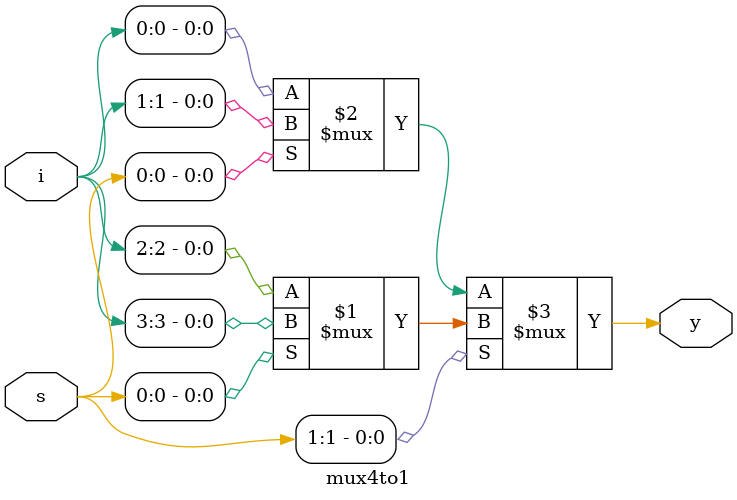
<source format=v>

module mux4to1
( input [3:0]i,
  input [1:0]s,
  output y);

assign y=s[1]?(s[0]?i[3]:i[2]):(s[0]?i[1]:i[0]);
endmodule

</source>
